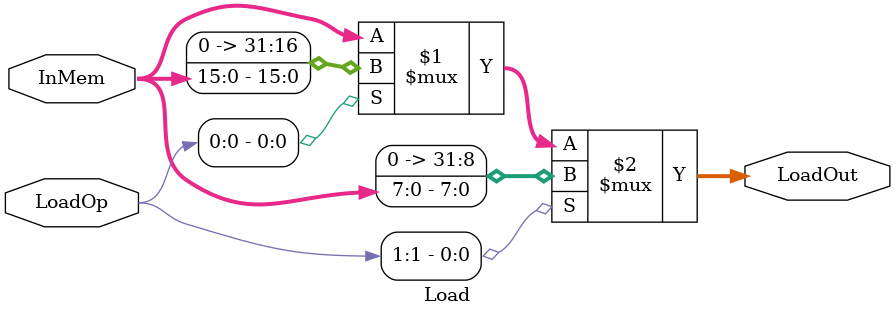
<source format=v>
module Load( LoadOp, InMem, LoadOut);

	input [1:0] LoadOp;
	input [31:0] InMem;
	
	output [31:0] LoadOut;
		
	assign LoadOut = LoadOp[1] ? {24'd0, InMem[7:0]} : (LoadOp[0] ? {16'd0, InMem[15:0]} : InMem);
		
endmodule

</source>
